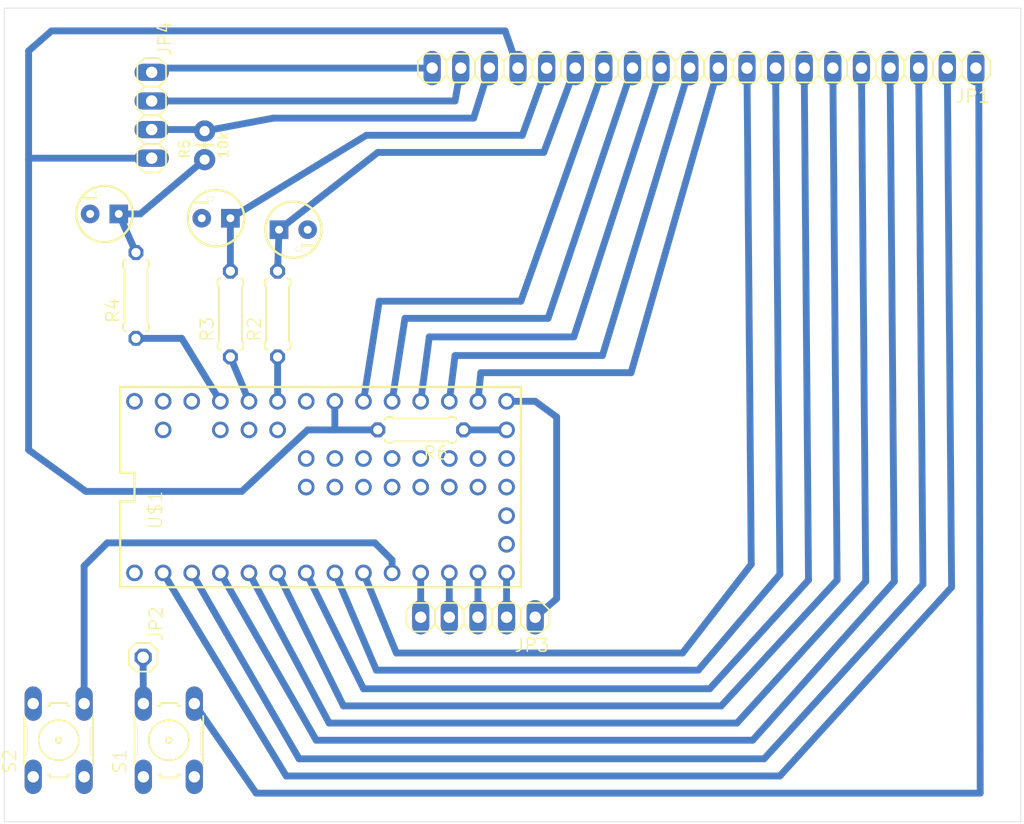
<source format=kicad_pcb>
(kicad_pcb (version 20221018) (generator pcbnew)
  (layers (0 "F.Cu" signal) (31 "B.Cu" signal) (34 "B.Paste" user) (35 "F.Paste" user) (36 "B.SilkS" user "B.Silkscreen") (37 "F.SilkS" user "F.Silkscreen") (38 "B.Mask" user) (39 "F.Mask" user) (44 "Edge.Cuts" user))
  (net 0 "")
  (net 1 "GND")
  (net 2 "VIN")
  (net 3 "VBAT")
  (net 4 "AREF")
  (net 5 "VUSB")
  (net 6 "VCC")
  (net 7 "N$14")
  (net 8 "LEVEL_SHIFTER_POWER_PIN")
  (net 9 "C_PAD_X_PIN")
  (net 10 "3DS_C_PAD_X")
  (net 11 "C_PAD_Y_PIN")
  (net 12 "3DS_C_PAD_Y")
  (net 13 "TOUCH_SCREEN_X_PIN")
  (net 14 "3DS_TOUCH_SCREEN_X")
  (net 15 "3DS_TOUCH_SCREEN_Y")
  (net 16 "N$19")
  (net 17 "N$20")
  (net 18 "N$22")
  (net 19 "N$23")
  (net 20 "N$24")
  (net 21 "N$25")
  (net 22 "N$26")
  (net 23 "N$21")
  (net 24 "N$27")
  (net 25 "N$15")
  (net 26 "N$16")
  (net 27 "N$17")
  (net 28 "N$18")
  (net 29 "N$28")
  (net 30 "N$29")
  (net 31 "N$30")
  (net 32 "N$31")
  (net 33 "N$32")
  (net 34 "N$33")
  (net 35 "N$34")
  (net 36 "N$35")
  (net 37 "N$36")
  (net 38 "N0")
  (footprint "control_board:B3F-10XX" (layer "F.Cu") (at 117.9956 133.8911 90)
    (fp_text reference "S1" (at -3.048 -3.683 90) (layer "F.SilkS") (effects (font (size 1.143 1.143) (thickness 0.127)) (justify left bottom)))
    (fp_text value "")
    (pad "1" thru_hole oval (at -3.2512 -2.2606 90) (size 3.048 1.524) (drill 1.016) (layers "*.Cu" "*.Mask"))
    (pad "2" thru_hole oval (at 3.2512 -2.2606 90) (size 3.048 1.524) (drill 1.016) (layers "*.Cu" "*.Mask") (net 7 "N$14"))
    (pad "3" thru_hole oval (at -3.2512 2.2606 90) (size 3.048 1.524) (drill 1.016) (layers "*.Cu" "*.Mask"))
    (pad "4" thru_hole oval (at 3.2512 2.2606 90) (size 3.048 1.524) (drill 1.016) (layers "*.Cu" "*.Mask") (net 1 "GND"))
  )
  (footprint "control_board:CPOL-RADIAL-10UF-25V" (layer "F.Cu") (at 112.2806 87.1551)
    (fp_text reference "C4" (at -0.889 -1.524) (layer "F.SilkS") (effects (font (size 0.373888 0.373888) (thickness 0.032512)) (justify left bottom)))
    (fp_text value "0.22uF")
    (pad "1" thru_hole rect (at 1.27 0) (size 1.651 1.651) (drill 0.7) (layers "*.Cu" "*.Mask") (net 38 "N0"))
    (pad "2" thru_hole circle (at -1.27 0) (size 1.651 1.651) (drill 0.7) (layers "*.Cu" "*.Mask") (net 1 "GND"))
  )
  (footprint "control_board:1X20" (layer "F.Cu") (at 165.4936 74.2011 180)
    (fp_text reference "JP1" (at -25.4762 -1.8288 180) (layer "F.SilkS") (effects (font (size 1.143 1.143) (thickness 0.127)) (justify right top)))
    (fp_text value "")
    (pad "1" thru_hole oval (at -24.13 0 270) (size 3.048 1.524) (drill 1.016) (layers "*.Cu" "*.Mask") (net 1 "GND"))
    (pad "2" thru_hole oval (at -21.59 0 270) (size 3.048 1.524) (drill 1.016) (layers "*.Cu" "*.Mask") (net 16 "N$19"))
    (pad "3" thru_hole oval (at -19.05 0 270) (size 3.048 1.524) (drill 1.016) (layers "*.Cu" "*.Mask") (net 17 "N$20"))
    (pad "4" thru_hole oval (at -16.51 0 270) (size 3.048 1.524) (drill 1.016) (layers "*.Cu" "*.Mask") (net 23 "N$21"))
    (pad "5" thru_hole oval (at -13.97 0 270) (size 3.048 1.524) (drill 1.016) (layers "*.Cu" "*.Mask") (net 18 "N$22"))
    (pad "6" thru_hole oval (at -11.43 0 270) (size 3.048 1.524) (drill 1.016) (layers "*.Cu" "*.Mask") (net 19 "N$23"))
    (pad "7" thru_hole oval (at -8.89 0 270) (size 3.048 1.524) (drill 1.016) (layers "*.Cu" "*.Mask") (net 20 "N$24"))
    (pad "8" thru_hole oval (at -6.35 0 270) (size 3.048 1.524) (drill 1.016) (layers "*.Cu" "*.Mask") (net 21 "N$25"))
    (pad "9" thru_hole oval (at -3.81 0 270) (size 3.048 1.524) (drill 1.016) (layers "*.Cu" "*.Mask") (net 22 "N$26"))
    (pad "10" thru_hole oval (at -1.27 0 270) (size 3.048 1.524) (drill 1.016) (layers "*.Cu" "*.Mask") (net 25 "N$15"))
    (pad "11" thru_hole oval (at 1.27 0 270) (size 3.048 1.524) (drill 1.016) (layers "*.Cu" "*.Mask") (net 26 "N$16"))
    (pad "12" thru_hole oval (at 3.81 0 270) (size 3.048 1.524) (drill 1.016) (layers "*.Cu" "*.Mask") (net 27 "N$17"))
    (pad "13" thru_hole oval (at 6.35 0 270) (size 3.048 1.524) (drill 1.016) (layers "*.Cu" "*.Mask") (net 28 "N$18"))
    (pad "14" thru_hole oval (at 8.89 0 270) (size 3.048 1.524) (drill 1.016) (layers "*.Cu" "*.Mask") (net 29 "N$28"))
    (pad "15" thru_hole oval (at 11.43 0 270) (size 3.048 1.524) (drill 1.016) (layers "*.Cu" "*.Mask") (net 10 "3DS_C_PAD_X"))
    (pad "16" thru_hole oval (at 13.97 0 270) (size 3.048 1.524) (drill 1.016) (layers "*.Cu" "*.Mask") (net 12 "3DS_C_PAD_Y"))
    (pad "17" thru_hole oval (at 16.51 0 270) (size 3.048 1.524) (drill 1.016) (layers "*.Cu" "*.Mask") (net 15 "3DS_TOUCH_SCREEN_Y"))
    (pad "18" thru_hole oval (at 19.05 0 270) (size 3.048 1.524) (drill 1.016) (layers "*.Cu" "*.Mask") (net 14 "3DS_TOUCH_SCREEN_X"))
    (pad "19" thru_hole oval (at 21.59 0 270) (size 3.048 1.524) (drill 1.016) (layers "*.Cu" "*.Mask") (net 36 "N$35"))
    (pad "20" thru_hole oval (at 24.13 0 270) (size 3.048 1.524) (drill 1.016) (layers "*.Cu" "*.Mask") (net 35 "N$34"))
  )
  (footprint "control_board:0207_7" (layer "F.Cu") (at 140.3476 106.3321 180)
    (fp_text reference "R6" (at -2.54 -1.397 180) (layer "F.SilkS") (effects (font (size 1.143 1.143) (thickness 0.127)) (justify right top)))
    (fp_text value "1K")
    (pad "1" thru_hole roundrect (at -3.81 0 180) (size 1.3208 1.3208) (drill 0.8128) (layers "*.Cu" "*.Mask") (chamfer_ratio 0.2928932188) (chamfer top_left top_right bottom_left bottom_right) (net 24 "N$27"))
    (pad "2" thru_hole roundrect (at 3.81 0 180) (size 1.3208 1.3208) (drill 0.8128) (layers "*.Cu" "*.Mask") (chamfer_ratio 0.2928932188) (chamfer top_left top_right bottom_left bottom_right) (net 15 "3DS_TOUCH_SCREEN_Y"))
  )
  (footprint "control_board:CPOL-RADIAL-10UF-25V" (layer "F.Cu") (at 129.0446 88.5521 180)
    (fp_text reference "C2" (at -0.889 -1.524 180) (layer "F.SilkS") (effects (font (size 0.373888 0.373888) (thickness 0.032512)) (justify right top)))
    (fp_text value "0.22uF")
    (pad "1" thru_hole rect (at 1.27 0 180) (size 1.651 1.651) (drill 0.7) (layers "*.Cu" "*.Mask") (net 10 "3DS_C_PAD_X"))
    (pad "2" thru_hole circle (at -1.27 0 180) (size 1.651 1.651) (drill 0.7) (layers "*.Cu" "*.Mask") (net 1 "GND"))
  )
  (footprint "control_board:0207_7" (layer "F.Cu") (at 123.4566 96.0451 90)
    (fp_text reference "R3" (at -2.54 -1.397 90) (layer "F.SilkS") (effects (font (size 1.143 1.143) (thickness 0.127)) (justify left bottom)))
    (fp_text value "1k")
    (pad "1" thru_hole roundrect (at -3.81 0 90) (size 1.3208 1.3208) (drill 0.8128) (layers "*.Cu" "*.Mask") (chamfer_ratio 0.2928932188) (chamfer top_left top_right bottom_left bottom_right) (net 11 "C_PAD_Y_PIN"))
    (pad "2" thru_hole roundrect (at 3.81 0 90) (size 1.3208 1.3208) (drill 0.8128) (layers "*.Cu" "*.Mask") (chamfer_ratio 0.2928932188) (chamfer top_left top_right bottom_left bottom_right) (net 12 "3DS_C_PAD_Y"))
  )
  (footprint "control_board:1X04" (layer "F.Cu") (at 116.4716 78.3921 -90)
    (fp_text reference "JP4" (at -5.1562 -1.8288 -90) (layer "F.SilkS") (effects (font (size 1.143 1.143) (thickness 0.127)) (justify left bottom)))
    (fp_text value "")
    (pad "1" thru_hole oval (at -3.81 0) (size 3.048 1.524) (drill 1.016) (layers "*.Cu" "*.Mask") (net 35 "N$34"))
    (pad "2" thru_hole oval (at -1.27 0) (size 3.048 1.524) (drill 1.016) (layers "*.Cu" "*.Mask") (net 36 "N$35"))
    (pad "3" thru_hole oval (at 1.27 0) (size 3.048 1.524) (drill 1.016) (layers "*.Cu" "*.Mask") (net 14 "3DS_TOUCH_SCREEN_X"))
    (pad "4" thru_hole oval (at 3.81 0) (size 3.048 1.524) (drill 1.016) (layers "*.Cu" "*.Mask") (net 15 "3DS_TOUCH_SCREEN_Y"))
  )
  (footprint "control_board:CPOL-RADIAL-10UF-25V" (layer "F.Cu") (at 122.1866 87.5361)
    (fp_text reference "C3" (at -0.889 -1.524) (layer "F.SilkS") (effects (font (size 0.373888 0.373888) (thickness 0.032512)) (justify left bottom)))
    (fp_text value "0.22uF")
    (pad "1" thru_hole rect (at 1.27 0) (size 1.651 1.651) (drill 0.7) (layers "*.Cu" "*.Mask") (net 12 "3DS_C_PAD_Y"))
    (pad "2" thru_hole circle (at -1.27 0) (size 1.651 1.651) (drill 0.7) (layers "*.Cu" "*.Mask") (net 1 "GND"))
  )
  (footprint "control_board:0207_7" (layer "F.Cu") (at 127.6476 96.0451 90)
    (fp_text reference "R2" (at -2.54 -1.397 90) (layer "F.SilkS") (effects (font (size 1.143 1.143) (thickness 0.127)) (justify left bottom)))
    (fp_text value "1k")
    (pad "1" thru_hole roundrect (at -3.81 0 90) (size 1.3208 1.3208) (drill 0.8128) (layers "*.Cu" "*.Mask") (chamfer_ratio 0.2928932188) (chamfer top_left top_right bottom_left bottom_right) (net 9 "C_PAD_X_PIN"))
    (pad "2" thru_hole roundrect (at 3.81 0 90) (size 1.3208 1.3208) (drill 0.8128) (layers "*.Cu" "*.Mask") (chamfer_ratio 0.2928932188) (chamfer top_left top_right bottom_left bottom_right) (net 10 "3DS_C_PAD_X"))
  )
  (footprint "control_board:TEENSY_3.0_ALLPINS" (layer "F.Cu") (at 131.4576 111.4121 90)
    (fp_text reference "U$1" (at -3.81 -13.97 90) (layer "F.SilkS") (effects (font (size 1.1684 1.1684) (thickness 0.1016)) (justify left bottom)))
    (fp_text value "TEENSY_3.0_ALLPINS")
    (pad "0" thru_hole circle (at -7.62 -13.97 90) (size 1.4732 1.4732) (drill 0.9652) (layers "*.Cu" "*.Mask") (net 16 "N$19"))
    (pad "1" thru_hole circle (at -7.62 -11.43 90) (size 1.4732 1.4732) (drill 0.9652) (layers "*.Cu" "*.Mask") (net 17 "N$20"))
    (pad "2" thru_hole circle (at -7.62 -8.89 90) (size 1.4732 1.4732) (drill 0.9652) (layers "*.Cu" "*.Mask") (net 23 "N$21"))
    (pad "3" thru_hole circle (at -7.62 -6.35 90) (size 1.4732 1.4732) (drill 0.9652) (layers "*.Cu" "*.Mask") (net 18 "N$22"))
    (pad "3.3V" thru_hole circle (at 7.62 -11.43 90) (size 1.4732 1.4732) (drill 0.9652) (layers "*.Cu" "*.Mask") (net 6 "VCC"))
    (pad "3.3V1" thru_hole circle (at -2.54 16.51 90) (size 1.4732 1.4732) (drill 0.9652) (layers "*.Cu" "*.Mask") (net 6 "VCC"))
    (pad "3.3V2" thru_hole circle (at 2.54 1.27 90) (size 1.4732 1.4732) (drill 0.9652) (layers "*.Cu" "*.Mask") (net 6 "VCC"))
    (pad "4" thru_hole circle (at -7.62 -3.81 90) (size 1.4732 1.4732) (drill 0.9652) (layers "*.Cu" "*.Mask") (net 19 "N$23"))
    (pad "5" thru_hole circle (at -7.62 -1.27 90) (size 1.4732 1.4732) (drill 0.9652) (layers "*.Cu" "*.Mask") (net 20 "N$24"))
    (pad "6" thru_hole circle (at -7.62 1.27 90) (size 1.4732 1.4732) (drill 0.9652) (layers "*.Cu" "*.Mask") (net 21 "N$25"))
    (pad "7" thru_hole circle (at -7.62 3.81 90) (size 1.4732 1.4732) (drill 0.9652) (layers "*.Cu" "*.Mask") (net 22 "N$26"))
    (pad "8" thru_hole circle (at -7.62 6.35 90) (size 1.4732 1.4732) (drill 0.9652) (layers "*.Cu" "*.Mask") (net 37 "N$36"))
    (pad "9" thru_hole circle (at -7.62 8.89 90) (size 1.4732 1.4732) (drill 0.9652) (layers "*.Cu" "*.Mask") (net 30 "N$29"))
    (pad "10" thru_hole circle (at -7.62 11.43 90) (size 1.4732 1.4732) (drill 0.9652) (layers "*.Cu" "*.Mask") (net 31 "N$30"))
    (pad "11" thru_hole circle (at -7.62 13.97 90) (size 1.4732 1.4732) (drill 0.9652) (layers "*.Cu" "*.Mask") (net 32 "N$31"))
    (pad "12" thru_hole circle (at -7.62 16.51 90) (size 1.4732 1.4732) (drill 0.9652) (layers "*.Cu" "*.Mask") (net 33 "N$32"))
    (pad "13" thru_hole circle (at 7.62 16.51 90) (size 1.4732 1.4732) (drill 0.9652) (layers "*.Cu" "*.Mask") (net 34 "N$33"))
    (pad "14/A0" thru_hole circle (at 7.62 13.97 90) (size 1.4732 1.4732) (drill 0.9652) (layers "*.Cu" "*.Mask") (net 25 "N$15"))
    (pad "15/A1" thru_hole circle (at 7.62 11.43 90) (size 1.4732 1.4732) (drill 0.9652) (layers "*.Cu" "*.Mask") (net 26 "N$16"))
    (pad "16/A2" thru_hole circle (at 7.62 8.89 90) (size 1.4732 1.4732) (drill 0.9652) (layers "*.Cu" "*.Mask") (net 27 "N$17"))
    (pad "17/A3" thru_hole circle (at 7.62 6.35 90) (size 1.4732 1.4732) (drill 0.9652) (layers "*.Cu" "*.Mask") (net 28 "N$18"))
    (pad "18/A4" thru_hole circle (at 7.62 3.81 90) (size 1.4732 1.4732) (drill 0.9652) (layers "*.Cu" "*.Mask") (net 29 "N$28"))
    (pad "19/A5" thru_hole circle (at 7.62 1.27 90) (size 1.4732 1.4732) (drill 0.9652) (layers "*.Cu" "*.Mask") (net 15 "3DS_TOUCH_SCREEN_Y"))
    (pad "20/A6" thru_hole circle (at 7.62 -1.27 90) (size 1.4732 1.4732) (drill 0.9652) (layers "*.Cu" "*.Mask") (net 8 "LEVEL_SHIFTER_POWER_PIN"))
    (pad "21/A7" thru_hole circle (at 7.62 -3.81 90) (size 1.4732 1.4732) (drill 0.9652) (layers "*.Cu" "*.Mask") (net 9 "C_PAD_X_PIN"))
    (pad "22/A8" thru_hole circle (at 7.62 -6.35 90) (size 1.4732 1.4732) (drill 0.9652) (layers "*.Cu" "*.Mask") (net 11 "C_PAD_Y_PIN"))
    (pad "23/A9" thru_hole circle (at 7.62 -8.89 90) (size 1.4732 1.4732) (drill 0.9652) (layers "*.Cu" "*.Mask") (net 13 "TOUCH_SCREEN_X_PIN"))
    (pad "24" thru_hole circle (at 0 3.81 90) (size 1.4732 1.4732) (drill 0.9652) (layers "*.Cu" "*.Mask"))
    (pad "25" thru_hole circle (at 0 6.35 90) (size 1.4732 1.4732) (drill 0.9652) (layers "*.Cu" "*.Mask"))
    (pad "26" thru_hole circle (at 0 8.89 90) (size 1.4732 1.4732) (drill 0.9652) (layers "*.Cu" "*.Mask"))
    (pad "27" thru_hole circle (at 0 11.43 90) (size 1.4732 1.4732) (drill 0.9652) (layers "*.Cu" "*.Mask"))
    (pad "28" thru_hole circle (at 0 13.97 90) (size 1.4732 1.4732) (drill 0.9652) (layers "*.Cu" "*.Mask"))
    (pad "29" thru_hole circle (at 2.54 13.97 90) (size 1.4732 1.4732) (drill 0.9652) (layers "*.Cu" "*.Mask"))
    (pad "30" thru_hole circle (at 2.54 11.43 90) (size 1.4732 1.4732) (drill 0.9652) (layers "*.Cu" "*.Mask"))
    (pad "31" thru_hole circle (at 2.54 8.89 90) (size 1.4732 1.4732) (drill 0.9652) (layers "*.Cu" "*.Mask"))
    (pad "32" thru_hole circle (at 2.54 6.35 90) (size 1.4732 1.4732) (drill 0.9652) (layers "*.Cu" "*.Mask"))
    (pad "33" thru_hole circle (at 2.54 3.81 90) (size 1.4732 1.4732) (drill 0.9652) (layers "*.Cu" "*.Mask"))
    (pad "A10" thru_hole circle (at 5.08 -6.35 90) (size 1.4732 1.4732) (drill 0.9652) (layers "*.Cu" "*.Mask"))
    (pad "A11" thru_hole circle (at 5.08 -3.81 90) (size 1.4732 1.4732) (drill 0.9652) (layers "*.Cu" "*.Mask"))
    (pad "A12" thru_hole circle (at 0 -1.27 90) (size 1.4732 1.4732) (drill 0.9652) (layers "*.Cu" "*.Mask"))
    (pad "A13" thru_hole circle (at 2.54 -1.27 90) (size 1.4732 1.4732) (drill 0.9652) (layers "*.Cu" "*.Mask"))
    (pad "AGND" thru_hole circle (at 7.62 -13.97 90) (size 1.4732 1.4732) (drill 0.9652) (layers "*.Cu" "*.Mask") (net 1 "GND"))
    (pad "AREF" thru_hole circle (at 5.08 -8.89 90) (size 1.4732 1.4732) (drill 0.9652) (layers "*.Cu" "*.Mask") (net 4 "AREF"))
    (pad "GND" thru_hole circle (at -7.62 -16.51 90) (size 1.4732 1.4732) (drill 0.9652) (layers "*.Cu" "*.Mask") (net 1 "GND"))
    (pad "GND1" thru_hole circle (at 0 16.51 90) (size 1.4732 1.4732) (drill 0.9652) (layers "*.Cu" "*.Mask") (net 1 "GND"))
    (pad "GND2" thru_hole circle (at 0 1.27 90) (size 1.4732 1.4732) (drill 0.9652) (layers "*.Cu" "*.Mask") (net 1 "GND"))
    (pad "PGM" thru_hole circle (at 2.54 16.51 90) (size 1.4732 1.4732) (drill 0.9652) (layers "*.Cu" "*.Mask"))
    (pad "RESET" thru_hole circle (at 5.08 16.51 90) (size 1.4732 1.4732) (drill 0.9652) (layers "*.Cu" "*.Mask") (net 24 "N$27"))
    (pad "VBAT" thru_hole circle (at -5.08 16.51 90) (size 1.4732 1.4732) (drill 0.9652) (layers "*.Cu" "*.Mask") (net 3 "VBAT"))
    (pad "VIN" thru_hole circle (at 7.62 -16.51 90) (size 1.4732 1.4732) (drill 0.9652) (layers "*.Cu" "*.Mask") (net 2 "VIN"))
    (pad "VUSB" thru_hole circle (at 5.08 -13.97 90) (size 1.4732 1.4732) (drill 0.9652) (layers "*.Cu" "*.Mask") (net 5 "VUSB"))
  )
  (footprint "control_board:0207_7" (layer "F.Cu") (at 115.0746 94.3941 90)
    (fp_text reference "R4" (at -2.54 -1.397 90) (layer "F.SilkS") (effects (font (size 1.143 1.143) (thickness 0.127)) (justify left bottom)))
    (fp_text value "1k")
    (pad "1" thru_hole roundrect (at -3.81 0 90) (size 1.3208 1.3208) (drill 0.8128) (layers "*.Cu" "*.Mask") (chamfer_ratio 0.2928932188) (chamfer top_left top_right bottom_left bottom_right) (net 13 "TOUCH_SCREEN_X_PIN"))
    (pad "2" thru_hole roundrect (at 3.81 0 90) (size 1.3208 1.3208) (drill 0.8128) (layers "*.Cu" "*.Mask") (chamfer_ratio 0.2928932188) (chamfer top_left top_right bottom_left bottom_right) (net 38 "N0"))
  )
  (footprint "control_board:1X01" (layer "F.Cu") (at 115.7096 126.5251 -90)
    (fp_text reference "JP2" (at -1.3462 -1.8288 -90) (layer "F.SilkS") (effects (font (size 1.143 1.143) (thickness 0.127)) (justify left bottom)))
    (fp_text value "")
    (pad "1" thru_hole roundrect (at 0 0 270) (size 1.524 1.524) (drill 1.016) (layers "*.Cu" "*.Mask") (chamfer_ratio 0.2928932188) (chamfer top_left top_right bottom_left bottom_right) (net 7 "N$14"))
  )
  (footprint "control_board:B3F-10XX" (layer "F.Cu") (at 108.2166 133.8911 90)
    (fp_text reference "S2" (at -3.048 -3.683 90) (layer "F.SilkS") (effects (font (size 1.143 1.143) (thickness 0.127)) (justify left bottom)))
    (fp_text value "")
    (pad "1" thru_hole oval (at -3.2512 -2.2606 90) (size 3.048 1.524) (drill 1.016) (layers "*.Cu" "*.Mask"))
    (pad "2" thru_hole oval (at 3.2512 -2.2606 90) (size 3.048 1.524) (drill 1.016) (layers "*.Cu" "*.Mask") (net 1 "GND"))
    (pad "3" thru_hole oval (at -3.2512 2.2606 90) (size 3.048 1.524) (drill 1.016) (layers "*.Cu" "*.Mask"))
    (pad "4" thru_hole oval (at 3.2512 2.2606 90) (size 3.048 1.524) (drill 1.016) (layers "*.Cu" "*.Mask") (net 37 "N$36"))
  )
  (footprint "control_board:1X05" (layer "F.Cu") (at 145.4276 122.9691 180)
    (fp_text reference "JP3" (at -6.4262 -1.8288 180) (layer "F.SilkS") (effects (font (size 1.143 1.143) (thickness 0.127)) (justify right top)))
    (fp_text value "")
    (pad "1" thru_hole oval (at -5.08 0 270) (size 3.048 1.524) (drill 1.016) (layers "*.Cu" "*.Mask") (net 34 "N$33"))
    (pad "2" thru_hole oval (at -2.54 0 270) (size 3.048 1.524) (drill 1.016) (layers "*.Cu" "*.Mask") (net 33 "N$32"))
    (pad "3" thru_hole oval (at 0 0 270) (size 3.048 1.524) (drill 1.016) (layers "*.Cu" "*.Mask") (net 32 "N$31"))
    (pad "4" thru_hole oval (at 2.54 0 270) (size 3.048 1.524) (drill 1.016) (layers "*.Cu" "*.Mask") (net 31 "N$30"))
    (pad "5" thru_hole oval (at 5.08 0 270) (size 3.048 1.524) (drill 1.016) (layers "*.Cu" "*.Mask") (net 30 "N$29"))
  )
  (footprint "control_board:AXIAL-0.1" (layer "F.Cu") (at 121.1706 82.3291 90)
    (fp_text reference "R5" (at 0 -1.27 90) (layer "F.SilkS") (effects (font (size 0.8636 0.8636) (thickness 0.1524)) (justify left bottom)))
    (fp_text value "10k" (at 0 2.159 90) (layer "F.SilkS") (effects (font (size 0.8636 0.8636) (thickness 0.1524)) (justify left bottom)))
    (pad "P$1" thru_hole circle (at 0 0 90) (size 1.8796 1.8796) (drill 0.9) (layers "*.Cu" "*.Mask") (net 38 "N0"))
    (pad "P$2" thru_hole circle (at 2.54 0 90) (size 1.8796 1.8796) (drill 0.9) (layers "*.Cu" "*.Mask") (net 14 "3DS_TOUCH_SCREEN_X"))
  )
  (gr_line (start 193.6116 141.1301) (end 193.6116 68.8771) (stroke (width 0.05)) (layer "Edge.Cuts"))
  (gr_line (start 193.6116 68.8771) (end 103.3906 68.8771) (stroke (width 0.05)) (layer "Edge.Cuts"))
  (gr_line (start 103.3906 141.1301) (end 193.6116 141.1301) (stroke (width 0.05)) (layer "Edge.Cuts"))
  (gr_line (start 103.3906 68.8771) (end 103.3906 141.1301) (stroke (width 0.05)) (layer "Edge.Cuts"))
  (segment (start 190.0046 138.5901) (end 125.7426 138.5901) (width 0.6096) (layer "B.Cu") (net 1))
  (segment (start 120.2562 130.6399) (end 125.7426 138.5901) (width 0.6096) (layer "B.Cu") (net 1))
  (segment (start 189.6236 74.2011) (end 189.8776 74.2011) (width 0.6096) (layer "B.Cu") (net 1))
  (segment (start 189.8776 74.2011) (end 190.0046 138.5901) (width 0.6096) (layer "B.Cu") (net 1))
  (segment (start 115.7096 126.5251) (end 115.735 130.6399) (width 0.6096) (layer "B.Cu") (net 7))
  (segment (start 127.6476 99.8551) (end 127.6476 103.7921) (width 0.6096) (layer "B.Cu") (net 9))
  (segment (start 127.7746 88.5521) (end 136.5376 81.6941) (width 0.6096) (layer "B.Cu") (net 10))
  (segment (start 127.6476 92.2351) (end 127.7746 88.5521) (width 0.6096) (layer "B.Cu") (net 10))
  (segment (start 151.2696 81.6941) (end 154.0636 74.2011) (width 0.6096) (layer "B.Cu") (net 10))
  (segment (start 136.5376 81.6941) (end 151.2696 81.6941) (width 0.6096) (layer "B.Cu") (net 10))
  (segment (start 123.4566 99.8551) (end 125.1076 103.7921) (width 0.6096) (layer "B.Cu") (net 11))
  (segment (start 135.5216 80.1701) (end 149.3646 80.1701) (width 0.6096) (layer "B.Cu") (net 12))
  (segment (start 123.4566 92.2351) (end 123.4566 87.5361) (width 0.6096) (layer "B.Cu") (net 12))
  (segment (start 123.4566 87.5361) (end 135.5216 80.1701) (width 0.6096) (layer "B.Cu") (net 12))
  (segment (start 149.3646 80.1701) (end 151.5236 74.2011) (width 0.6096) (layer "B.Cu") (net 12))
  (segment (start 119.1386 98.2041) (end 122.5676 103.7921) (width 0.6096) (layer "B.Cu") (net 13))
  (segment (start 115.0746 98.2041) (end 119.1386 98.2041) (width 0.6096) (layer "B.Cu") (net 13))
  (segment (start 116.4716 79.6621) (end 121.0436 79.6621) (width 0.6096) (layer "B.Cu") (net 14))
  (segment (start 145.0466 78.6461) (end 146.4436 74.2011) (width 0.6096) (layer "B.Cu") (net 14))
  (segment (start 121.0436 79.6621) (end 121.1706 79.7891) (width 0.6096) (layer "B.Cu") (net 14))
  (segment (start 121.1706 79.7891) (end 127.2666 78.6461) (width 0.6096) (layer "B.Cu") (net 14))
  (segment (start 127.2666 78.6461) (end 145.0466 78.6461) (width 0.6096) (layer "B.Cu") (net 14))
  (segment (start 107.5816 70.8991) (end 147.8406 70.8991) (width 0.6096) (layer "B.Cu") (net 15))
  (segment (start 105.5496 108.1101) (end 105.5496 82.3291) (width 0.6096) (layer "B.Cu") (net 15))
  (segment (start 130.3146 106.3321) (end 124.4726 111.7931) (width 0.6096) (layer "B.Cu") (net 15))
  (segment (start 136.5376 106.3321) (end 132.7276 106.3321) (width 0.6096) (layer "B.Cu") (net 15))
  (segment (start 105.5496 72.6771) (end 107.5816 70.8991) (width 0.6096) (layer "B.Cu") (net 15))
  (segment (start 110.6296 111.7931) (end 105.5496 108.1101) (width 0.6096) (layer "B.Cu") (net 15))
  (segment (start 105.5496 82.3291) (end 105.5496 72.6771) (width 0.6096) (layer "B.Cu") (net 15))
  (segment (start 116.4716 82.2021) (end 105.6766 82.2021) (width 0.6096) (layer "B.Cu") (net 15))
  (segment (start 105.6766 82.2021) (end 105.5496 82.3291) (width 0.6096) (layer "B.Cu") (net 15))
  (segment (start 124.4726 111.7931) (end 110.6296 111.7931) (width 0.6096) (layer "B.Cu") (net 15))
  (segment (start 132.7276 103.7921) (end 132.7276 106.3321) (width 0.6096) (layer "B.Cu") (net 15))
  (segment (start 147.8406 70.8991) (end 148.9836 74.2011) (width 0.6096) (layer "B.Cu") (net 15))
  (segment (start 132.7276 106.3321) (end 130.3146 106.3321) (width 0.6096) (layer "B.Cu") (net 15))
  (segment (start 187.4646 120.3021) (end 172.2246 137.0661) (width 0.6096) (layer "B.Cu") (net 16))
  (segment (start 172.2246 137.0661) (end 128.4096 137.0661) (width 0.6096) (layer "B.Cu") (net 16))
  (segment (start 128.4096 137.0661) (end 117.4876 119.0321) (width 0.6096) (layer "B.Cu") (net 16))
  (segment (start 187.0836 74.2011) (end 187.4646 120.3021) (width 0.6096) (layer "B.Cu") (net 16))
  (segment (start 184.9246 120.0481) (end 170.8276 135.5421) (width 0.6096) (layer "B.Cu") (net 17))
  (segment (start 184.9246 120.0481) (end 184.5436 74.2011) (width 0.6096) (layer "B.Cu") (net 17))
  (segment (start 170.8276 135.5421) (end 129.5526 135.5421) (width 0.6096) (layer "B.Cu") (net 17))
  (segment (start 129.5526 135.5421) (end 120.0276 119.0321) (width 0.6096) (layer "B.Cu") (net 17))
  (segment (start 168.4146 132.3671) (end 179.8446 119.7941) (width 0.6096) (layer "B.Cu") (net 18))
  (segment (start 179.8446 119.7941) (end 179.4636 74.2011) (width 0.6096) (layer "B.Cu") (net 18))
  (segment (start 125.1076 119.0321) (end 132.2196 132.3671) (width 0.6096) (layer "B.Cu") (net 18))
  (segment (start 132.2196 132.3671) (end 168.4146 132.3671) (width 0.6096) (layer "B.Cu") (net 18))
  (segment (start 127.6476 119.0321) (end 133.4896 130.8431) (width 0.6096) (layer "B.Cu") (net 19))
  (segment (start 176.9236 74.2011) (end 177.3046 119.6671) (width 0.6096) (layer "B.Cu") (net 19))
  (segment (start 167.0176 130.8431) (end 177.3046 119.6671) (width 0.6096) (layer "B.Cu") (net 19))
  (segment (start 133.4896 130.8431) (end 167.0176 130.8431) (width 0.6096) (layer "B.Cu") (net 19))
  (segment (start 135.2676 129.3191) (end 166.0016 129.3191) (width 0.6096) (layer "B.Cu") (net 20))
  (segment (start 166.0016 129.3191) (end 174.7646 119.6671) (width 0.6096) (layer "B.Cu") (net 20))
  (segment (start 174.7646 119.6671) (end 174.3836 74.2011) (width 0.6096) (layer "B.Cu") (net 20))
  (segment (start 130.1876 119.0321) (end 135.2676 129.3191) (width 0.6096) (layer "B.Cu") (net 20))
  (segment (start 171.8436 74.2011) (end 172.2246 119.1591) (width 0.6096) (layer "B.Cu") (net 21))
  (segment (start 136.4106 127.6681) (end 164.9856 127.6681) (width 0.6096) (layer "B.Cu") (net 21))
  (segment (start 132.7276 119.0321) (end 136.4106 127.6681) (width 0.6096) (layer "B.Cu") (net 21))
  (segment (start 164.9856 127.6681) (end 172.2246 119.1591) (width 0.6096) (layer "B.Cu") (net 21))
  (segment (start 169.6846 118.2701) (end 169.3036 74.2011) (width 0.6096) (layer "B.Cu") (net 22))
  (segment (start 138.1886 126.1441) (end 163.5886 126.1441) (width 0.6096) (layer "B.Cu") (net 22))
  (segment (start 135.2676 119.0321) (end 138.1886 126.1441) (width 0.6096) (layer "B.Cu") (net 22))
  (segment (start 163.5886 126.1441) (end 169.6846 118.2701) (width 0.6096) (layer "B.Cu") (net 22))
  (segment (start 169.8116 133.8911) (end 182.3846 119.7941) (width 0.6096) (layer "B.Cu") (net 23))
  (segment (start 131.0766 133.8911) (end 169.8116 133.8911) (width 0.6096) (layer "B.Cu") (net 23))
  (segment (start 122.5676 119.0321) (end 131.0766 133.8911) (width 0.6096) (layer "B.Cu") (net 23))
  (segment (start 182.0036 74.2011) (end 182.3846 119.7941) (width 0.6096) (layer "B.Cu") (net 23))
  (segment (start 144.1576 106.3321) (end 147.9676 106.3321) (width 0.6096) (layer "B.Cu") (net 24))
  (segment (start 145.6816 101.2521) (end 159.0166 101.2521) (width 0.6096) (layer "B.Cu") (net 25))
  (segment (start 145.4276 103.7921) (end 145.6816 101.2521) (width 0.6096) (layer "B.Cu") (net 25))
  (segment (start 159.0166 101.2521) (end 166.7636 74.2011) (width 0.6096) (layer "B.Cu") (net 25))
  (segment (start 143.3956 99.7281) (end 156.4766 99.7281) (width 0.6096) (layer "B.Cu") (net 26))
  (segment (start 156.4766 99.7281) (end 164.2236 74.2011) (width 0.6096) (layer "B.Cu") (net 26))
  (segment (start 142.8876 103.7921) (end 143.3956 99.7281) (width 0.6096) (layer "B.Cu") (net 26))
  (segment (start 141.1096 98.0771) (end 153.9366 98.0771) (width 0.6096) (layer "B.Cu") (net 27))
  (segment (start 153.9366 98.0771) (end 161.6836 74.2011) (width 0.6096) (layer "B.Cu") (net 27))
  (segment (start 140.3476 103.7921) (end 141.1096 98.0771) (width 0.6096) (layer "B.Cu") (net 27))
  (segment (start 137.8076 103.7921) (end 138.9506 96.4261) (width 0.6096) (layer "B.Cu") (net 28))
  (segment (start 138.9506 96.4261) (end 151.6506 96.4261) (width 0.6096) (layer "B.Cu") (net 28))
  (segment (start 151.6506 96.4261) (end 159.1436 74.2011) (width 0.6096) (layer "B.Cu") (net 28))
  (segment (start 136.6646 94.9021) (end 149.2376 94.9021) (width 0.6096) (layer "B.Cu") (net 29))
  (segment (start 149.2376 94.9021) (end 156.6036 74.2011) (width 0.6096) (layer "B.Cu") (net 29))
  (segment (start 135.2676 103.7921) (end 136.6646 94.9021) (width 0.6096) (layer "B.Cu") (net 29))
  (segment (start 140.3476 119.0321) (end 140.3476 122.9691) (width 0.6096) (layer "B.Cu") (net 30))
  (segment (start 142.8876 119.0321) (end 142.8876 122.9691) (width 0.6096) (layer "B.Cu") (net 31))
  (segment (start 145.4276 119.0321) (end 145.4276 122.9691) (width 0.6096) (layer "B.Cu") (net 32))
  (segment (start 147.9676 119.0321) (end 147.9676 122.9691) (width 0.6096) (layer "B.Cu") (net 33))
  (segment (start 152.4126 105.1891) (end 152.4126 121.3181) (width 0.6096) (layer "B.Cu") (net 34))
  (segment (start 152.4126 121.3181) (end 150.5076 122.9691) (width 0.6096) (layer "B.Cu") (net 34))
  (segment (start 147.9676 103.7921) (end 150.5076 103.7921) (width 0.6096) (layer "B.Cu") (net 34))
  (segment (start 150.5076 103.7921) (end 152.4126 105.1891) (width 0.6096) (layer "B.Cu") (net 34))
  (segment (start 116.4716 74.5821) (end 116.8526 74.2011) (width 0.6096) (layer "B.Cu") (net 35))
  (segment (start 116.8526 74.2011) (end 141.3636 74.2011) (width 0.6096) (layer "B.Cu") (net 35))
  (segment (start 143.3956 77.1221) (end 143.9036 74.2011) (width 0.6096) (layer "B.Cu") (net 36))
  (segment (start 116.4716 77.1221) (end 143.3956 77.1221) (width 0.6096) (layer "B.Cu") (net 36))
  (segment (start 137.8076 117.8891) (end 136.2836 116.3651) (width 0.6096) (layer "B.Cu") (net 37))
  (segment (start 136.2836 116.3651) (end 112.5346 116.3651) (width 0.6096) (layer "B.Cu") (net 37))
  (segment (start 110.4772 118.4225) (end 110.4772 130.6399) (width 0.6096) (layer "B.Cu") (net 37))
  (segment (start 137.8076 119.0321) (end 137.8076 117.8891) (width 0.6096) (layer "B.Cu") (net 37))
  (segment (start 112.5346 116.3651) (end 110.4772 118.4225) (width 0.6096) (layer "B.Cu") (net 37))
  (segment (start 121.1706 82.3291) (end 115.4556 87.1551) (width 0.6096) (layer "B.Cu") (net 38))
  (segment (start 115.4556 87.1551) (end 113.5506 87.1551) (width 0.6096) (layer "B.Cu") (net 38))
  (segment (start 115.0746 90.5841) (end 113.5506 87.1551) (width 0.6096) (layer "B.Cu") (net 38))
)
</source>
